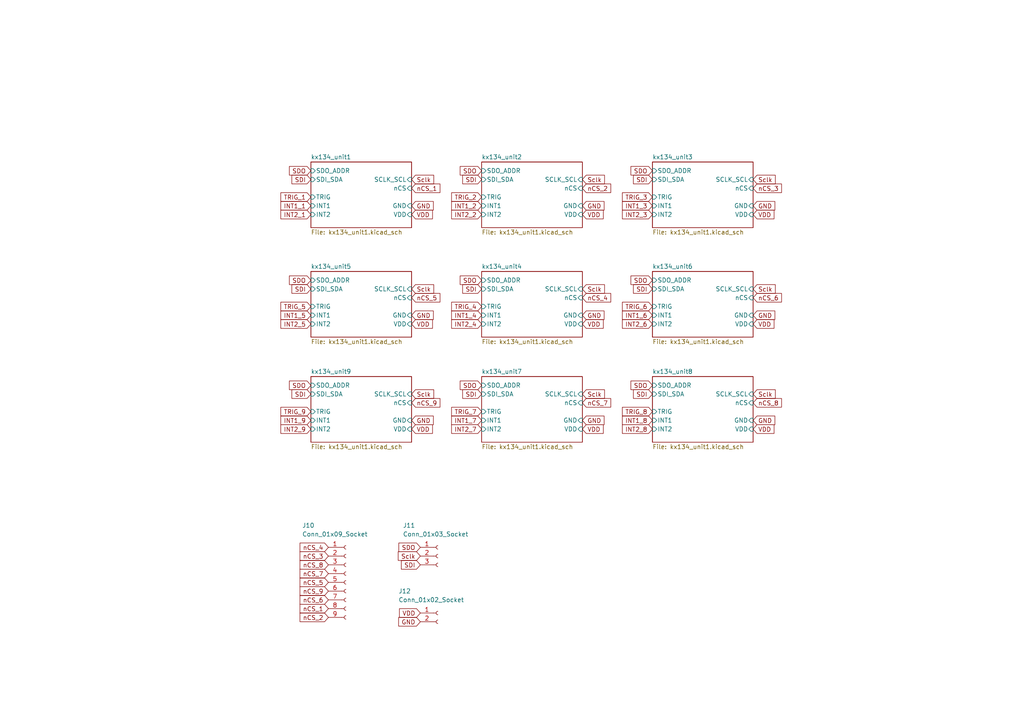
<source format=kicad_sch>
(kicad_sch (version 20230121) (generator eeschema)
  (paper "A4")
  (title_block (title "Vibraptic Grid 9x9") (date "2023-05-18") (rev "1.0") (company "Imperial College") (comment 1 "Author: Alexis DEVILLARD"))
  (lib_symbols
    (symbol "Connector:Conn_01x02_Socket" (pin_names (offset 1.016) hide)
      (property "Reference" "J" (at 0 2.54 0))
      (property "Value" "Conn_01x02_Socket" (at 0 -5.08 0))
      (symbol "Conn_01x02_Socket_1_1"
        (arc (start 0 -2.032) (mid -0.5058 -2.54) (end 0 -3.048) (stroke (width 0.1524)))
        (polyline (pts (xy -1.27 -2.54) (xy -0.508 -2.54)) (stroke (width 0.1524)))
        (polyline (pts (xy -1.27 0) (xy -0.508 0)) (stroke (width 0.1524)))
        (arc (start 0 0.508) (mid -0.5058 0) (end 0 -0.508) (stroke (width 0.1524)))
        (pin passive line (at -5.08 0 0) (length 3.81) (name "Pin_1") (number "1"))
        (pin passive line (at -5.08 -2.54 0) (length 3.81) (name "Pin_2") (number "2"))
      )
    )
    (symbol "Connector:Conn_01x03_Socket" (pin_names (offset 1.016) hide)
      (property "Reference" "J" (at 0 5.08 0))
      (property "Value" "Conn_01x03_Socket" (at 0 -5.08 0))
      (symbol "Conn_01x03_Socket_1_1"
        (arc (start 0 -2.032) (mid -0.5058 -2.54) (end 0 -3.048) (stroke (width 0.1524)))
        (polyline (pts (xy -1.27 -2.54) (xy -0.508 -2.54)) (stroke (width 0.1524)))
        (polyline (pts (xy -1.27 0) (xy -0.508 0)) (stroke (width 0.1524)))
        (polyline (pts (xy -1.27 2.54) (xy -0.508 2.54)) (stroke (width 0.1524)))
        (arc (start 0 0.508) (mid -0.5058 0) (end 0 -0.508) (stroke (width 0.1524)))
        (arc (start 0 3.048) (mid -0.5058 2.54) (end 0 2.032) (stroke (width 0.1524)))
        (pin passive line (at -5.08 2.54 0) (length 3.81) (name "Pin_1") (number "1"))
        (pin passive line (at -5.08 0 0) (length 3.81) (name "Pin_2") (number "2"))
        (pin passive line (at -5.08 -2.54 0) (length 3.81) (name "Pin_3") (number "3"))
      )
    )
    (symbol "Connector:Conn_01x09_Socket" (pin_names (offset 1.016) hide)
      (property "Reference" "J" (at 0 12.7 0))
      (property "Value" "Conn_01x09_Socket" (at 0 -12.7 0))
      (symbol "Conn_01x09_Socket_1_1"
        (arc (start 0 -9.652) (mid -0.5058 -10.16) (end 0 -10.668) (stroke (width 0.1524)))
        (arc (start 0 -7.112) (mid -0.5058 -7.62) (end 0 -8.128) (stroke (width 0.1524)))
        (arc (start 0 -4.572) (mid -0.5058 -5.08) (end 0 -5.588) (stroke (width 0.1524)))
        (arc (start 0 -2.032) (mid -0.5058 -2.54) (end 0 -3.048) (stroke (width 0.1524)))
        (polyline (pts (xy -1.27 -10.16) (xy -0.508 -10.16)) (stroke (width 0.1524)))
        (polyline (pts (xy -1.27 -7.62) (xy -0.508 -7.62)) (stroke (width 0.1524)))
        (polyline (pts (xy -1.27 -5.08) (xy -0.508 -5.08)) (stroke (width 0.1524)))
        (polyline (pts (xy -1.27 -2.54) (xy -0.508 -2.54)) (stroke (width 0.1524)))
        (polyline (pts (xy -1.27 0) (xy -0.508 0)) (stroke (width 0.1524)))
        (polyline (pts (xy -1.27 2.54) (xy -0.508 2.54)) (stroke (width 0.1524)))
        (polyline (pts (xy -1.27 5.08) (xy -0.508 5.08)) (stroke (width 0.1524)))
        (polyline (pts (xy -1.27 7.62) (xy -0.508 7.62)) (stroke (width 0.1524)))
        (polyline (pts (xy -1.27 10.16) (xy -0.508 10.16)) (stroke (width 0.1524)))
        (arc (start 0 0.508) (mid -0.5058 0) (end 0 -0.508) (stroke (width 0.1524)))
        (arc (start 0 3.048) (mid -0.5058 2.54) (end 0 2.032) (stroke (width 0.1524)))
        (arc (start 0 5.588) (mid -0.5058 5.08) (end 0 4.572) (stroke (width 0.1524)))
        (arc (start 0 8.128) (mid -0.5058 7.62) (end 0 7.112) (stroke (width 0.1524)))
        (arc (start 0 10.668) (mid -0.5058 10.16) (end 0 9.652) (stroke (width 0.1524)))
        (pin passive line (at -5.08 10.16 0) (length 3.81) (name "Pin_1") (number "1"))
        (pin passive line (at -5.08 7.62 0) (length 3.81) (name "Pin_2") (number "2"))
        (pin passive line (at -5.08 5.08 0) (length 3.81) (name "Pin_3") (number "3"))
        (pin passive line (at -5.08 2.54 0) (length 3.81) (name "Pin_4") (number "4"))
        (pin passive line (at -5.08 0 0) (length 3.81) (name "Pin_5") (number "5"))
        (pin passive line (at -5.08 -2.54 0) (length 3.81) (name "Pin_6") (number "6"))
        (pin passive line (at -5.08 -5.08 0) (length 3.81) (name "Pin_7") (number "7"))
        (pin passive line (at -5.08 -7.62 0) (length 3.81) (name "Pin_8") (number "8"))
        (pin passive line (at -5.08 -10.16 0) (length 3.81) (name "Pin_9") (number "9"))
      )
    )
  )
  (global_label "INT1_7" (shape input) (at 139.7 121.92 180) (property "Intersheetrefs" "${INTERSHEET_REFS}" (effects hide)))
  (global_label "SDI" (shape input) (at 90.17 83.82 180) (property "Intersheetrefs" "${INTERSHEET_REFS}" (effects hide)))
  (global_label "TRIG_9" (shape input) (at 90.17 119.38 180) (property "Intersheetrefs" "${INTERSHEET_REFS}" (effects hide)))
  (global_label "INT2_7" (shape input) (at 139.7 124.46 180) (property "Intersheetrefs" "${INTERSHEET_REFS}" (effects hide)))
  (global_label "SDO" (shape input) (at 121.92 158.75 180) (property "Intersheetrefs" "${INTERSHEET_REFS}" (effects hide)))
  (global_label "TRIG_5" (shape input) (at 90.17 88.9 180) (property "Intersheetrefs" "${INTERSHEET_REFS}" (effects hide)))
  (global_label "GND" (shape input) (at 218.44 121.92 0) (property "Intersheetrefs" "${INTERSHEET_REFS}" (effects hide)))
  (global_label "SDO" (shape input) (at 90.17 49.53 180) (property "Intersheetrefs" "${INTERSHEET_REFS}" (effects hide)))
  (global_label "VDD" (shape input) (at 218.44 124.46 0) (property "Intersheetrefs" "${INTERSHEET_REFS}" (effects hide)))
  (global_label "TRIG_7" (shape input) (at 139.7 119.38 180) (property "Intersheetrefs" "${INTERSHEET_REFS}" (effects hide)))
  (global_label "Sclk" (shape input) (at 119.38 52.07 0) (property "Intersheetrefs" "${INTERSHEET_REFS}" (effects hide)))
  (global_label "INT1_3" (shape input) (at 189.23 59.69 180) (property "Intersheetrefs" "${INTERSHEET_REFS}" (effects hide)))
  (global_label "INT1_2" (shape input) (at 139.7 59.69 180) (property "Intersheetrefs" "${INTERSHEET_REFS}" (effects hide)))
  (global_label "Sclk" (shape input) (at 218.44 83.82 0) (property "Intersheetrefs" "${INTERSHEET_REFS}" (effects hide)))
  (global_label "nCS_2" (shape input) (at 95.25 179.07 180) (property "Intersheetrefs" "${INTERSHEET_REFS}" (effects hide)))
  (global_label "SDO" (shape input) (at 139.7 49.53 180) (property "Intersheetrefs" "${INTERSHEET_REFS}" (effects hide)))
  (global_label "SDO" (shape input) (at 90.17 81.28 180) (property "Intersheetrefs" "${INTERSHEET_REFS}" (effects hide)))
  (global_label "INT1_1" (shape input) (at 90.17 59.69 180) (property "Intersheetrefs" "${INTERSHEET_REFS}" (effects hide)))
  (global_label "SDI" (shape input) (at 189.23 114.3 180) (property "Intersheetrefs" "${INTERSHEET_REFS}" (effects hide)))
  (global_label "INT1_6" (shape input) (at 189.23 91.44 180) (property "Intersheetrefs" "${INTERSHEET_REFS}" (effects hide)))
  (global_label "nCS_7" (shape input) (at 95.25 166.37 180) (property "Intersheetrefs" "${INTERSHEET_REFS}" (effects hide)))
  (global_label "Sclk" (shape input) (at 121.92 161.29 180) (property "Intersheetrefs" "${INTERSHEET_REFS}" (effects hide)))
  (global_label "nCS_7" (shape input) (at 168.91 116.84 0) (property "Intersheetrefs" "${INTERSHEET_REFS}" (effects hide)))
  (global_label "GND" (shape input) (at 168.91 121.92 0) (property "Intersheetrefs" "${INTERSHEET_REFS}" (effects hide)))
  (global_label "SDO" (shape input) (at 189.23 81.28 180) (property "Intersheetrefs" "${INTERSHEET_REFS}" (effects hide)))
  (global_label "SDI" (shape input) (at 189.23 52.07 180) (property "Intersheetrefs" "${INTERSHEET_REFS}" (effects hide)))
  (global_label "Sclk" (shape input) (at 218.44 114.3 0) (property "Intersheetrefs" "${INTERSHEET_REFS}" (effects hide)))
  (global_label "GND" (shape input) (at 119.38 91.44 0) (property "Intersheetrefs" "${INTERSHEET_REFS}" (effects hide)))
  (global_label "nCS_5" (shape input) (at 119.38 86.36 0) (property "Intersheetrefs" "${INTERSHEET_REFS}" (effects hide)))
  (global_label "SDO" (shape input) (at 139.7 81.28 180) (property "Intersheetrefs" "${INTERSHEET_REFS}" (effects hide)))
  (global_label "SDO" (shape input) (at 90.17 111.76 180) (property "Intersheetrefs" "${INTERSHEET_REFS}" (effects hide)))
  (global_label "nCS_9" (shape input) (at 95.25 171.45 180) (property "Intersheetrefs" "${INTERSHEET_REFS}" (effects hide)))
  (global_label "GND" (shape input) (at 168.91 91.44 0) (property "Intersheetrefs" "${INTERSHEET_REFS}" (effects hide)))
  (global_label "INT2_9" (shape input) (at 90.17 124.46 180) (property "Intersheetrefs" "${INTERSHEET_REFS}" (effects hide)))
  (global_label "nCS_2" (shape input) (at 168.91 54.61 0) (property "Intersheetrefs" "${INTERSHEET_REFS}" (effects hide)))
  (global_label "INT2_2" (shape input) (at 139.7 62.23 180) (property "Intersheetrefs" "${INTERSHEET_REFS}" (effects hide)))
  (global_label "GND" (shape input) (at 121.92 180.34 180) (property "Intersheetrefs" "${INTERSHEET_REFS}" (effects hide)))
  (global_label "Sclk" (shape input) (at 119.38 114.3 0) (property "Intersheetrefs" "${INTERSHEET_REFS}" (effects hide)))
  (global_label "TRIG_4" (shape input) (at 139.7 88.9 180) (property "Intersheetrefs" "${INTERSHEET_REFS}" (effects hide)))
  (global_label "SDI" (shape input) (at 139.7 114.3 180) (property "Intersheetrefs" "${INTERSHEET_REFS}" (effects hide)))
  (global_label "INT1_8" (shape input) (at 189.23 121.92 180) (property "Intersheetrefs" "${INTERSHEET_REFS}" (effects hide)))
  (global_label "INT2_8" (shape input) (at 189.23 124.46 180) (property "Intersheetrefs" "${INTERSHEET_REFS}" (effects hide)))
  (global_label "nCS_1" (shape input) (at 119.38 54.61 0) (property "Intersheetrefs" "${INTERSHEET_REFS}" (effects hide)))
  (global_label "GND" (shape input) (at 218.44 91.44 0) (property "Intersheetrefs" "${INTERSHEET_REFS}" (effects hide)))
  (global_label "VDD" (shape input) (at 218.44 62.23 0) (property "Intersheetrefs" "${INTERSHEET_REFS}" (effects hide)))
  (global_label "TRIG_1" (shape input) (at 90.17 57.15 180) (property "Intersheetrefs" "${INTERSHEET_REFS}" (effects hide)))
  (global_label "nCS_9" (shape input) (at 119.38 116.84 0) (property "Intersheetrefs" "${INTERSHEET_REFS}" (effects hide)))
  (global_label "nCS_6" (shape input) (at 218.44 86.36 0) (property "Intersheetrefs" "${INTERSHEET_REFS}" (effects hide)))
  (global_label "Sclk" (shape input) (at 168.91 83.82 0) (property "Intersheetrefs" "${INTERSHEET_REFS}" (effects hide)))
  (global_label "GND" (shape input) (at 119.38 121.92 0) (property "Intersheetrefs" "${INTERSHEET_REFS}" (effects hide)))
  (global_label "TRIG_6" (shape input) (at 189.23 88.9 180) (property "Intersheetrefs" "${INTERSHEET_REFS}" (effects hide)))
  (global_label "SDI" (shape input) (at 139.7 83.82 180) (property "Intersheetrefs" "${INTERSHEET_REFS}" (effects hide)))
  (global_label "SDI" (shape input) (at 90.17 52.07 180) (property "Intersheetrefs" "${INTERSHEET_REFS}" (effects hide)))
  (global_label "nCS_5" (shape input) (at 95.25 168.91 180) (property "Intersheetrefs" "${INTERSHEET_REFS}" (effects hide)))
  (global_label "nCS_8" (shape input) (at 218.44 116.84 0) (property "Intersheetrefs" "${INTERSHEET_REFS}" (effects hide)))
  (global_label "nCS_4" (shape input) (at 95.25 158.75 180) (property "Intersheetrefs" "${INTERSHEET_REFS}" (effects hide)))
  (global_label "TRIG_2" (shape input) (at 139.7 57.15 180) (property "Intersheetrefs" "${INTERSHEET_REFS}" (effects hide)))
  (global_label "GND" (shape input) (at 168.91 59.69 0) (property "Intersheetrefs" "${INTERSHEET_REFS}" (effects hide)))
  (global_label "VDD" (shape input) (at 168.91 124.46 0) (property "Intersheetrefs" "${INTERSHEET_REFS}" (effects hide)))
  (global_label "VDD" (shape input) (at 218.44 93.98 0) (property "Intersheetrefs" "${INTERSHEET_REFS}" (effects hide)))
  (global_label "nCS_6" (shape input) (at 95.25 173.99 180) (property "Intersheetrefs" "${INTERSHEET_REFS}" (effects hide)))
  (global_label "VDD" (shape input) (at 119.38 93.98 0) (property "Intersheetrefs" "${INTERSHEET_REFS}" (effects hide)))
  (global_label "VDD" (shape input) (at 168.91 93.98 0) (property "Intersheetrefs" "${INTERSHEET_REFS}" (effects hide)))
  (global_label "INT1_5" (shape input) (at 90.17 91.44 180) (property "Intersheetrefs" "${INTERSHEET_REFS}" (effects hide)))
  (global_label "nCS_8" (shape input) (at 95.25 163.83 180) (property "Intersheetrefs" "${INTERSHEET_REFS}" (effects hide)))
  (global_label "TRIG_8" (shape input) (at 189.23 119.38 180) (property "Intersheetrefs" "${INTERSHEET_REFS}" (effects hide)))
  (global_label "SDI" (shape input) (at 121.92 163.83 180) (property "Intersheetrefs" "${INTERSHEET_REFS}" (effects hide)))
  (global_label "Sclk" (shape input) (at 168.91 114.3 0) (property "Intersheetrefs" "${INTERSHEET_REFS}" (effects hide)))
  (global_label "INT2_1" (shape input) (at 90.17 62.23 180) (property "Intersheetrefs" "${INTERSHEET_REFS}" (effects hide)))
  (global_label "SDO" (shape input) (at 189.23 111.76 180) (property "Intersheetrefs" "${INTERSHEET_REFS}" (effects hide)))
  (global_label "SDI" (shape input) (at 90.17 114.3 180) (property "Intersheetrefs" "${INTERSHEET_REFS}" (effects hide)))
  (global_label "INT2_6" (shape input) (at 189.23 93.98 180) (property "Intersheetrefs" "${INTERSHEET_REFS}" (effects hide)))
  (global_label "nCS_1" (shape input) (at 95.25 176.53 180) (property "Intersheetrefs" "${INTERSHEET_REFS}" (effects hide)))
  (global_label "SDO" (shape input) (at 139.7 111.76 180) (property "Intersheetrefs" "${INTERSHEET_REFS}" (effects hide)))
  (global_label "SDI" (shape input) (at 139.7 52.07 180) (property "Intersheetrefs" "${INTERSHEET_REFS}" (effects hide)))
  (global_label "INT2_3" (shape input) (at 189.23 62.23 180) (property "Intersheetrefs" "${INTERSHEET_REFS}" (effects hide)))
  (global_label "nCS_4" (shape input) (at 168.91 86.36 0) (property "Intersheetrefs" "${INTERSHEET_REFS}" (effects hide)))
  (global_label "Sclk" (shape input) (at 168.91 52.07 0) (property "Intersheetrefs" "${INTERSHEET_REFS}" (effects hide)))
  (global_label "VDD" (shape input) (at 119.38 124.46 0) (property "Intersheetrefs" "${INTERSHEET_REFS}" (effects hide)))
  (global_label "GND" (shape input) (at 218.44 59.69 0) (property "Intersheetrefs" "${INTERSHEET_REFS}" (effects hide)))
  (global_label "TRIG_3" (shape input) (at 189.23 57.15 180) (property "Intersheetrefs" "${INTERSHEET_REFS}" (effects hide)))
  (global_label "INT2_4" (shape input) (at 139.7 93.98 180) (property "Intersheetrefs" "${INTERSHEET_REFS}" (effects hide)))
  (global_label "nCS_3" (shape input) (at 218.44 54.61 0) (property "Intersheetrefs" "${INTERSHEET_REFS}" (effects hide)))
  (global_label "GND" (shape input) (at 119.38 59.69 0) (property "Intersheetrefs" "${INTERSHEET_REFS}" (effects hide)))
  (global_label "INT2_5" (shape input) (at 90.17 93.98 180) (property "Intersheetrefs" "${INTERSHEET_REFS}" (effects hide)))
  (global_label "VDD" (shape input) (at 119.38 62.23 0) (property "Intersheetrefs" "${INTERSHEET_REFS}" (effects hide)))
  (global_label "Sclk" (shape input) (at 218.44 52.07 0) (property "Intersheetrefs" "${INTERSHEET_REFS}" (effects hide)))
  (global_label "Sclk" (shape input) (at 119.38 83.82 0) (property "Intersheetrefs" "${INTERSHEET_REFS}" (effects hide)))
  (global_label "VDD" (shape input) (at 168.91 62.23 0) (property "Intersheetrefs" "${INTERSHEET_REFS}" (effects hide)))
  (global_label "VDD" (shape input) (at 121.92 177.8 180) (property "Intersheetrefs" "${INTERSHEET_REFS}" (effects hide)))
  (global_label "SDO" (shape input) (at 189.23 49.53 180) (property "Intersheetrefs" "${INTERSHEET_REFS}" (effects hide)))
  (global_label "nCS_3" (shape input) (at 95.25 161.29 180) (property "Intersheetrefs" "${INTERSHEET_REFS}" (effects hide)))
  (global_label "INT1_4" (shape input) (at 139.7 91.44 180) (property "Intersheetrefs" "${INTERSHEET_REFS}" (effects hide)))
  (global_label "INT1_9" (shape input) (at 90.17 121.92 180) (property "Intersheetrefs" "${INTERSHEET_REFS}" (effects hide)))
  (global_label "SDI" (shape input) (at 189.23 83.82 180) (property "Intersheetrefs" "${INTERSHEET_REFS}" (effects hide)))
  (symbol (lib_id "Connector:Conn_01x09_Socket") (at 100.33 168.91 0) (unit 1)
    (property "Reference" "J10" (at 87.63 152.4 0) (effects (justify left)))
    (property "Value" "Conn_01x09_Socket" (at 87.63 154.94 0) (effects (justify left)))
    (property "Footprint" "Connector_PinHeader_2.54mm:PinHeader_1x09_P2.54mm_Vertical" (effects hide))
  )
  (symbol (lib_id "Connector:Conn_01x02_Socket") (at 127 177.8 0) (unit 1)
    (property "Reference" "J12" (at 115.57 171.45 0) (effects (justify left)))
    (property "Value" "Conn_01x02_Socket" (at 115.57 173.99 0) (effects (justify left)))
    (property "Footprint" "Connector_PinHeader_2.54mm:PinHeader_1x02_P2.54mm_Vertical" (effects hide))
  )
  (symbol (lib_id "Connector:Conn_01x03_Socket") (at 127 161.29 0) (unit 1)
    (property "Reference" "J11" (at 116.84 152.4 0) (effects (justify left)))
    (property "Value" "Conn_01x03_Socket" (at 116.84 154.94 0) (effects (justify left)))
    (property "Footprint" "Connector_PinHeader_2.54mm:PinHeader_1x03_P2.54mm_Vertical" (effects hide))
  )
  (sheet (at 90.17 109.22) (size 29.21 19.05) (stroke (width 0.1524))
    (property "Sheetname" "kx134_unit9" (at 90.17 108.5084 0) (effects (justify left bottom)))
    (property "Sheetfile" "kx134_unit1.kicad_sch" (at 90.17 128.8546 0) (effects (justify left top)))
    (pin "GND" input (at 119.38 121.92 0))
    (pin "TRIG" input (at 90.17 119.38 180))
    (pin "SDO_ADDR" input (at 90.17 111.76 180))
    (pin "SDI_SDA" input (at 90.17 114.3 180))
    (pin "INT1" input (at 90.17 121.92 180))
    (pin "nCS" input (at 119.38 116.84 0))
    (pin "INT2" input (at 90.17 124.46 180))
    (pin "SCLK_SCL" input (at 119.38 114.3 0))
    (pin "VDD" input (at 119.38 124.46 0))
  )
  (sheet (at 139.7 78.74) (size 29.21 19.05) (stroke (width 0.1524))
    (property "Sheetname" "kx134_unit4" (at 139.7 78.0284 0) (effects (justify left bottom)))
    (property "Sheetfile" "kx134_unit1.kicad_sch" (at 139.7 98.3746 0) (effects (justify left top)))
    (pin "GND" input (at 168.91 91.44 0))
    (pin "TRIG" input (at 139.7 88.9 180))
    (pin "SDO_ADDR" input (at 139.7 81.28 180))
    (pin "SDI_SDA" input (at 139.7 83.82 180))
    (pin "INT1" input (at 139.7 91.44 180))
    (pin "nCS" input (at 168.91 86.36 0))
    (pin "INT2" input (at 139.7 93.98 180))
    (pin "SCLK_SCL" input (at 168.91 83.82 0))
    (pin "VDD" input (at 168.91 93.98 0))
  )
  (sheet (at 90.17 78.74) (size 29.21 19.05) (stroke (width 0.1524))
    (property "Sheetname" "kx134_unit5" (at 90.17 78.0284 0) (effects (justify left bottom)))
    (property "Sheetfile" "kx134_unit1.kicad_sch" (at 90.17 98.3746 0) (effects (justify left top)))
    (pin "GND" input (at 119.38 91.44 0))
    (pin "TRIG" input (at 90.17 88.9 180))
    (pin "SDO_ADDR" input (at 90.17 81.28 180))
    (pin "SDI_SDA" input (at 90.17 83.82 180))
    (pin "INT1" input (at 90.17 91.44 180))
    (pin "nCS" input (at 119.38 86.36 0))
    (pin "INT2" input (at 90.17 93.98 180))
    (pin "SCLK_SCL" input (at 119.38 83.82 0))
    (pin "VDD" input (at 119.38 93.98 0))
  )
  (sheet (at 139.7 46.99) (size 29.21 19.05) (stroke (width 0.1524))
    (property "Sheetname" "kx134_unit2" (at 139.7 46.2784 0) (effects (justify left bottom)))
    (property "Sheetfile" "kx134_unit1.kicad_sch" (at 139.7 66.6246 0) (effects (justify left top)))
    (pin "GND" input (at 168.91 59.69 0))
    (pin "TRIG" input (at 139.7 57.15 180))
    (pin "SDO_ADDR" input (at 139.7 49.53 180))
    (pin "SDI_SDA" input (at 139.7 52.07 180))
    (pin "INT1" input (at 139.7 59.69 180))
    (pin "nCS" input (at 168.91 54.61 0))
    (pin "INT2" input (at 139.7 62.23 180))
    (pin "SCLK_SCL" input (at 168.91 52.07 0))
    (pin "VDD" input (at 168.91 62.23 0))
  )
  (sheet (at 189.23 78.74) (size 29.21 19.05) (stroke (width 0.1524))
    (property "Sheetname" "kx134_unit6" (at 189.23 78.0284 0) (effects (justify left bottom)))
    (property "Sheetfile" "kx134_unit1.kicad_sch" (at 189.23 98.3746 0) (effects (justify left top)))
    (pin "GND" input (at 218.44 91.44 0))
    (pin "TRIG" input (at 189.23 88.9 180))
    (pin "SDO_ADDR" input (at 189.23 81.28 180))
    (pin "SDI_SDA" input (at 189.23 83.82 180))
    (pin "INT1" input (at 189.23 91.44 180))
    (pin "nCS" input (at 218.44 86.36 0))
    (pin "INT2" input (at 189.23 93.98 180))
    (pin "SCLK_SCL" input (at 218.44 83.82 0))
    (pin "VDD" input (at 218.44 93.98 0))
  )
  (sheet (at 90.17 46.99) (size 29.21 19.05) (stroke (width 0.1524))
    (property "Sheetname" "kx134_unit1" (at 90.17 46.2784 0) (effects (justify left bottom)))
    (property "Sheetfile" "kx134_unit1.kicad_sch" (at 90.17 66.6246 0) (effects (justify left top)))
    (pin "GND" input (at 119.38 59.69 0))
    (pin "TRIG" input (at 90.17 57.15 180))
    (pin "SDO_ADDR" input (at 90.17 49.53 180))
    (pin "INT1" input (at 90.17 59.69 180))
    (pin "nCS" input (at 119.38 54.61 0))
    (pin "INT2" input (at 90.17 62.23 180))
    (pin "SCLK_SCL" input (at 119.38 52.07 0))
    (pin "VDD" input (at 119.38 62.23 0))
    (pin "SDI_SDA" input (at 90.17 52.07 180))
  )
  (sheet (at 189.23 46.99) (size 29.21 19.05) (stroke (width 0.1524))
    (property "Sheetname" "kx134_unit3" (at 189.23 46.2784 0) (effects (justify left bottom)))
    (property "Sheetfile" "kx134_unit1.kicad_sch" (at 189.23 66.6246 0) (effects (justify left top)))
    (pin "GND" input (at 218.44 59.69 0))
    (pin "TRIG" input (at 189.23 57.15 180))
    (pin "SDO_ADDR" input (at 189.23 49.53 180))
    (pin "SDI_SDA" input (at 189.23 52.07 180))
    (pin "INT1" input (at 189.23 59.69 180))
    (pin "nCS" input (at 218.44 54.61 0))
    (pin "INT2" input (at 189.23 62.23 180))
    (pin "SCLK_SCL" input (at 218.44 52.07 0))
    (pin "VDD" input (at 218.44 62.23 0))
  )
  (sheet (at 189.23 109.22) (size 29.21 19.05) (stroke (width 0.1524))
    (property "Sheetname" "kx134_unit8" (at 189.23 108.5084 0) (effects (justify left bottom)))
    (property "Sheetfile" "kx134_unit1.kicad_sch" (at 189.23 128.8546 0) (effects (justify left top)))
    (pin "GND" input (at 218.44 121.92 0))
    (pin "TRIG" input (at 189.23 119.38 180))
    (pin "SDO_ADDR" input (at 189.23 111.76 180))
    (pin "SDI_SDA" input (at 189.23 114.3 180))
    (pin "INT1" input (at 189.23 121.92 180))
    (pin "nCS" input (at 218.44 116.84 0))
    (pin "INT2" input (at 189.23 124.46 180))
    (pin "SCLK_SCL" input (at 218.44 114.3 0))
    (pin "VDD" input (at 218.44 124.46 0))
  )
  (sheet (at 139.7 109.22) (size 29.21 19.05) (stroke (width 0.1524))
    (property "Sheetname" "kx134_unit7" (at 139.7 108.5084 0) (effects (justify left bottom)))
    (property "Sheetfile" "kx134_unit1.kicad_sch" (at 139.7 128.8546 0) (effects (justify left top)))
    (pin "GND" input (at 168.91 121.92 0))
    (pin "TRIG" input (at 139.7 119.38 180))
    (pin "SDO_ADDR" input (at 139.7 111.76 180))
    (pin "SDI_SDA" input (at 139.7 114.3 180))
    (pin "INT1" input (at 139.7 121.92 180))
    (pin "nCS" input (at 168.91 116.84 0))
    (pin "INT2" input (at 139.7 124.46 180))
    (pin "SCLK_SCL" input (at 168.91 114.3 0))
    (pin "VDD" input (at 168.91 124.46 0))
  )
)
</source>
